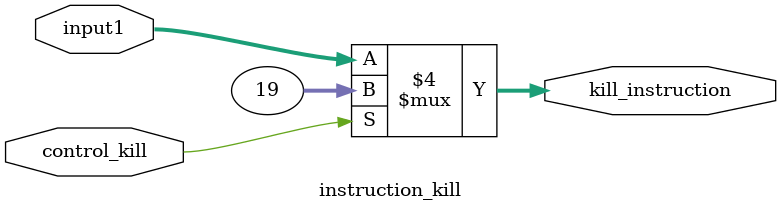
<source format=v>
`timescale 1ps / 1ps


module instruction_kill(input [31:0]input1,output reg[31:0]kill_instruction,input control_kill);
parameter nop=32'b00000000000000000000000000010011;
always@(*)
begin
if (control_kill==1)
begin
kill_instruction=nop;
end
else 
kill_instruction=input1;
end
endmodule

</source>
